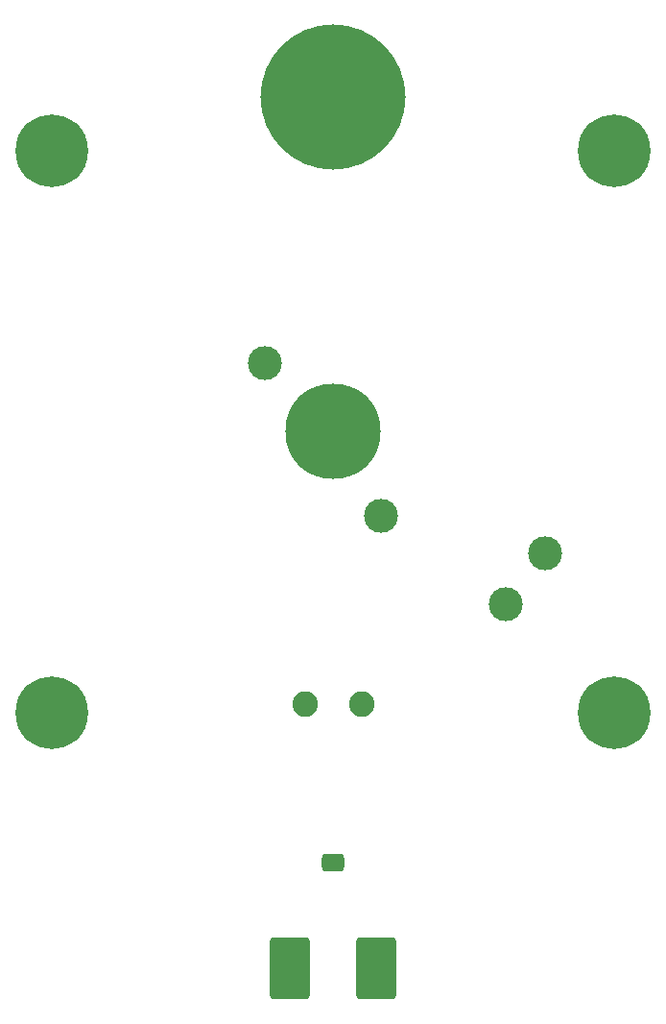
<source format=gbr>
%TF.GenerationSoftware,KiCad,Pcbnew,8.0.6*%
%TF.CreationDate,2025-02-23T16:54:12-05:00*%
%TF.ProjectId,Wire Spool Antenna V1.3,57697265-2053-4706-9f6f-6c20416e7465,rev?*%
%TF.SameCoordinates,Original*%
%TF.FileFunction,Soldermask,Bot*%
%TF.FilePolarity,Negative*%
%FSLAX46Y46*%
G04 Gerber Fmt 4.6, Leading zero omitted, Abs format (unit mm)*
G04 Created by KiCad (PCBNEW 8.0.6) date 2025-02-23 16:54:12*
%MOMM*%
%LPD*%
G01*
G04 APERTURE LIST*
G04 Aperture macros list*
%AMRoundRect*
0 Rectangle with rounded corners*
0 $1 Rounding radius*
0 $2 $3 $4 $5 $6 $7 $8 $9 X,Y pos of 4 corners*
0 Add a 4 corners polygon primitive as box body*
4,1,4,$2,$3,$4,$5,$6,$7,$8,$9,$2,$3,0*
0 Add four circle primitives for the rounded corners*
1,1,$1+$1,$2,$3*
1,1,$1+$1,$4,$5*
1,1,$1+$1,$6,$7*
1,1,$1+$1,$8,$9*
0 Add four rect primitives between the rounded corners*
20,1,$1+$1,$2,$3,$4,$5,0*
20,1,$1+$1,$4,$5,$6,$7,0*
20,1,$1+$1,$6,$7,$8,$9,0*
20,1,$1+$1,$8,$9,$2,$3,0*%
G04 Aperture macros list end*
%ADD10C,3.000000*%
%ADD11C,6.800000*%
%ADD12C,12.800000*%
%ADD13C,3.600000*%
%ADD14C,6.400000*%
%ADD15C,2.250000*%
%ADD16C,8.400000*%
%ADD17RoundRect,0.400000X0.600000X0.400000X-0.600000X0.400000X-0.600000X-0.400000X0.600000X-0.400000X0*%
%ADD18RoundRect,0.350000X1.400000X2.400000X-1.400000X2.400000X-1.400000X-2.400000X1.400000X-2.400000X0*%
G04 APERTURE END LIST*
D10*
%TO.C,T1*%
X104242641Y-107424621D03*
X115202796Y-115202796D03*
X118667619Y-110748023D03*
X93989592Y-93989592D03*
%TD*%
D11*
%TO.C,H6*%
X100000000Y-70500000D03*
D12*
X100000000Y-70500000D03*
%TD*%
D13*
%TO.C,H3*%
X124800000Y-75200000D03*
D14*
X124800000Y-75200000D03*
%TD*%
D15*
%TO.C,C1*%
X102500000Y-124000000D03*
X97500000Y-124000000D03*
%TD*%
D16*
%TO.C,H1*%
X100000000Y-100000000D03*
%TD*%
D13*
%TO.C,H5*%
X75200000Y-124800000D03*
D14*
X75200000Y-124800000D03*
%TD*%
D13*
%TO.C,H4*%
X124800000Y-124800000D03*
D14*
X124800000Y-124800000D03*
%TD*%
D13*
%TO.C,H2*%
X75200000Y-75200000D03*
D14*
X75200000Y-75200000D03*
%TD*%
D17*
%TO.C,J2*%
X100000000Y-138000000D03*
D18*
X103800000Y-147300000D03*
X96200000Y-147300000D03*
%TD*%
M02*

</source>
